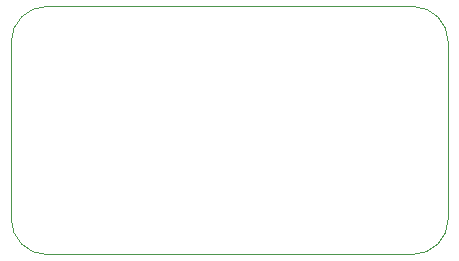
<source format=gbr>
%TF.GenerationSoftware,KiCad,Pcbnew,5.1.6*%
%TF.CreationDate,2020-07-11T18:48:30-07:00*%
%TF.ProjectId,proto_boards,70726f74-6f5f-4626-9f61-7264732e6b69,rev?*%
%TF.SameCoordinates,Original*%
%TF.FileFunction,Profile,NP*%
%FSLAX46Y46*%
G04 Gerber Fmt 4.6, Leading zero omitted, Abs format (unit mm)*
G04 Created by KiCad (PCBNEW 5.1.6) date 2020-07-11 18:48:30*
%MOMM*%
%LPD*%
G01*
G04 APERTURE LIST*
%TA.AperFunction,Profile*%
%ADD10C,0.050000*%
%TD*%
G04 APERTURE END LIST*
D10*
X151590000Y-88040000D02*
G75*
G02*
X148590000Y-85040000I0J3000000D01*
G01*
X185590000Y-85040000D02*
G75*
G02*
X182590000Y-88040000I-3000000J0D01*
G01*
X182590000Y-67040000D02*
G75*
G02*
X185590000Y-70040000I0J-3000000D01*
G01*
X148590000Y-70040000D02*
G75*
G02*
X151590000Y-67040000I3000000J0D01*
G01*
X148590000Y-85040000D02*
X148590000Y-70040000D01*
X182590000Y-88040000D02*
X151590000Y-88040000D01*
X185590000Y-70040000D02*
X185590000Y-85040000D01*
X151590000Y-67040000D02*
X182590000Y-67040000D01*
M02*

</source>
